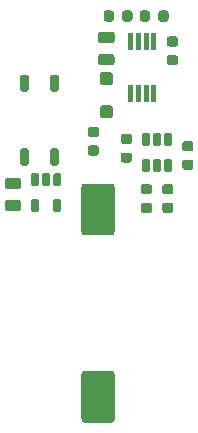
<source format=gbr>
%TF.GenerationSoftware,KiCad,Pcbnew,(5.1.6-0-10_14)*%
%TF.CreationDate,2022-05-10T09:10:30-04:00*%
%TF.ProjectId,Delay_Door_Switch-RevB,44656c61-795f-4446-9f6f-725f53776974,rev?*%
%TF.SameCoordinates,Original*%
%TF.FileFunction,Paste,Bot*%
%TF.FilePolarity,Positive*%
%FSLAX46Y46*%
G04 Gerber Fmt 4.6, Leading zero omitted, Abs format (unit mm)*
G04 Created by KiCad (PCBNEW (5.1.6-0-10_14)) date 2022-05-10 09:10:30*
%MOMM*%
%LPD*%
G01*
G04 APERTURE LIST*
G04 APERTURE END LIST*
%TO.C,U3*%
G36*
G01*
X128422500Y-67720000D02*
X128877500Y-67720000D01*
G75*
G02*
X128975000Y-67817500I0J-97500D01*
G01*
X128975000Y-68682500D01*
G75*
G02*
X128877500Y-68780000I-97500J0D01*
G01*
X128422500Y-68780000D01*
G75*
G02*
X128325000Y-68682500I0J97500D01*
G01*
X128325000Y-67817500D01*
G75*
G02*
X128422500Y-67720000I97500J0D01*
G01*
G37*
G36*
G01*
X130322500Y-67720000D02*
X130777500Y-67720000D01*
G75*
G02*
X130875000Y-67817500I0J-97500D01*
G01*
X130875000Y-68682500D01*
G75*
G02*
X130777500Y-68780000I-97500J0D01*
G01*
X130322500Y-68780000D01*
G75*
G02*
X130225000Y-68682500I0J97500D01*
G01*
X130225000Y-67817500D01*
G75*
G02*
X130322500Y-67720000I97500J0D01*
G01*
G37*
G36*
G01*
X130322500Y-65520000D02*
X130777500Y-65520000D01*
G75*
G02*
X130875000Y-65617500I0J-97500D01*
G01*
X130875000Y-66482500D01*
G75*
G02*
X130777500Y-66580000I-97500J0D01*
G01*
X130322500Y-66580000D01*
G75*
G02*
X130225000Y-66482500I0J97500D01*
G01*
X130225000Y-65617500D01*
G75*
G02*
X130322500Y-65520000I97500J0D01*
G01*
G37*
G36*
G01*
X129372500Y-65520000D02*
X129827500Y-65520000D01*
G75*
G02*
X129925000Y-65617500I0J-97500D01*
G01*
X129925000Y-66482500D01*
G75*
G02*
X129827500Y-66580000I-97500J0D01*
G01*
X129372500Y-66580000D01*
G75*
G02*
X129275000Y-66482500I0J97500D01*
G01*
X129275000Y-65617500D01*
G75*
G02*
X129372500Y-65520000I97500J0D01*
G01*
G37*
G36*
G01*
X128422500Y-65520000D02*
X128877500Y-65520000D01*
G75*
G02*
X128975000Y-65617500I0J-97500D01*
G01*
X128975000Y-66482500D01*
G75*
G02*
X128877500Y-66580000I-97500J0D01*
G01*
X128422500Y-66580000D01*
G75*
G02*
X128325000Y-66482500I0J97500D01*
G01*
X128325000Y-65617500D01*
G75*
G02*
X128422500Y-65520000I97500J0D01*
G01*
G37*
%TD*%
%TO.C,U1*%
G36*
G01*
X139227500Y-63180000D02*
X138772500Y-63180000D01*
G75*
G02*
X138675000Y-63082500I0J97500D01*
G01*
X138675000Y-62217500D01*
G75*
G02*
X138772500Y-62120000I97500J0D01*
G01*
X139227500Y-62120000D01*
G75*
G02*
X139325000Y-62217500I0J-97500D01*
G01*
X139325000Y-63082500D01*
G75*
G02*
X139227500Y-63180000I-97500J0D01*
G01*
G37*
G36*
G01*
X140177500Y-63180000D02*
X139722500Y-63180000D01*
G75*
G02*
X139625000Y-63082500I0J97500D01*
G01*
X139625000Y-62217500D01*
G75*
G02*
X139722500Y-62120000I97500J0D01*
G01*
X140177500Y-62120000D01*
G75*
G02*
X140275000Y-62217500I0J-97500D01*
G01*
X140275000Y-63082500D01*
G75*
G02*
X140177500Y-63180000I-97500J0D01*
G01*
G37*
G36*
G01*
X138277500Y-63180000D02*
X137822500Y-63180000D01*
G75*
G02*
X137725000Y-63082500I0J97500D01*
G01*
X137725000Y-62217500D01*
G75*
G02*
X137822500Y-62120000I97500J0D01*
G01*
X138277500Y-62120000D01*
G75*
G02*
X138375000Y-62217500I0J-97500D01*
G01*
X138375000Y-63082500D01*
G75*
G02*
X138277500Y-63180000I-97500J0D01*
G01*
G37*
G36*
G01*
X138277500Y-65380000D02*
X137822500Y-65380000D01*
G75*
G02*
X137725000Y-65282500I0J97500D01*
G01*
X137725000Y-64417500D01*
G75*
G02*
X137822500Y-64320000I97500J0D01*
G01*
X138277500Y-64320000D01*
G75*
G02*
X138375000Y-64417500I0J-97500D01*
G01*
X138375000Y-65282500D01*
G75*
G02*
X138277500Y-65380000I-97500J0D01*
G01*
G37*
G36*
G01*
X139227500Y-65380000D02*
X138772500Y-65380000D01*
G75*
G02*
X138675000Y-65282500I0J97500D01*
G01*
X138675000Y-64417500D01*
G75*
G02*
X138772500Y-64320000I97500J0D01*
G01*
X139227500Y-64320000D01*
G75*
G02*
X139325000Y-64417500I0J-97500D01*
G01*
X139325000Y-65282500D01*
G75*
G02*
X139227500Y-65380000I-97500J0D01*
G01*
G37*
G36*
G01*
X140177500Y-65380000D02*
X139722500Y-65380000D01*
G75*
G02*
X139625000Y-65282500I0J97500D01*
G01*
X139625000Y-64417500D01*
G75*
G02*
X139722500Y-64320000I97500J0D01*
G01*
X140177500Y-64320000D01*
G75*
G02*
X140275000Y-64417500I0J-97500D01*
G01*
X140275000Y-65282500D01*
G75*
G02*
X140177500Y-65380000I-97500J0D01*
G01*
G37*
%TD*%
%TO.C,D1*%
G36*
G01*
X135085000Y-58050000D02*
X134315000Y-58050000D01*
G75*
G02*
X134150000Y-57885000I0J165000D01*
G01*
X134150000Y-57115000D01*
G75*
G02*
X134315000Y-56950000I165000J0D01*
G01*
X135085000Y-56950000D01*
G75*
G02*
X135250000Y-57115000I0J-165000D01*
G01*
X135250000Y-57885000D01*
G75*
G02*
X135085000Y-58050000I-165000J0D01*
G01*
G37*
G36*
G01*
X135085000Y-60850000D02*
X134315000Y-60850000D01*
G75*
G02*
X134150000Y-60685000I0J165000D01*
G01*
X134150000Y-59915000D01*
G75*
G02*
X134315000Y-59750000I165000J0D01*
G01*
X135085000Y-59750000D01*
G75*
G02*
X135250000Y-59915000I0J-165000D01*
G01*
X135250000Y-60685000D01*
G75*
G02*
X135085000Y-60850000I-165000J0D01*
G01*
G37*
%TD*%
%TO.C,U2*%
G36*
G01*
X138950000Y-53692500D02*
X138950000Y-55007500D01*
G75*
G02*
X138882500Y-55075000I-67500J0D01*
G01*
X138567500Y-55075000D01*
G75*
G02*
X138500000Y-55007500I0J67500D01*
G01*
X138500000Y-53692500D01*
G75*
G02*
X138567500Y-53625000I67500J0D01*
G01*
X138882500Y-53625000D01*
G75*
G02*
X138950000Y-53692500I0J-67500D01*
G01*
G37*
G36*
G01*
X138300000Y-53692500D02*
X138300000Y-55007500D01*
G75*
G02*
X138232500Y-55075000I-67500J0D01*
G01*
X137917500Y-55075000D01*
G75*
G02*
X137850000Y-55007500I0J67500D01*
G01*
X137850000Y-53692500D01*
G75*
G02*
X137917500Y-53625000I67500J0D01*
G01*
X138232500Y-53625000D01*
G75*
G02*
X138300000Y-53692500I0J-67500D01*
G01*
G37*
G36*
G01*
X137650000Y-53692500D02*
X137650000Y-55007500D01*
G75*
G02*
X137582500Y-55075000I-67500J0D01*
G01*
X137267500Y-55075000D01*
G75*
G02*
X137200000Y-55007500I0J67500D01*
G01*
X137200000Y-53692500D01*
G75*
G02*
X137267500Y-53625000I67500J0D01*
G01*
X137582500Y-53625000D01*
G75*
G02*
X137650000Y-53692500I0J-67500D01*
G01*
G37*
G36*
G01*
X137000000Y-53692500D02*
X137000000Y-55007500D01*
G75*
G02*
X136932500Y-55075000I-67500J0D01*
G01*
X136617500Y-55075000D01*
G75*
G02*
X136550000Y-55007500I0J67500D01*
G01*
X136550000Y-53692500D01*
G75*
G02*
X136617500Y-53625000I67500J0D01*
G01*
X136932500Y-53625000D01*
G75*
G02*
X137000000Y-53692500I0J-67500D01*
G01*
G37*
G36*
G01*
X137000000Y-58092500D02*
X137000000Y-59407500D01*
G75*
G02*
X136932500Y-59475000I-67500J0D01*
G01*
X136617500Y-59475000D01*
G75*
G02*
X136550000Y-59407500I0J67500D01*
G01*
X136550000Y-58092500D01*
G75*
G02*
X136617500Y-58025000I67500J0D01*
G01*
X136932500Y-58025000D01*
G75*
G02*
X137000000Y-58092500I0J-67500D01*
G01*
G37*
G36*
G01*
X137650000Y-58092500D02*
X137650000Y-59407500D01*
G75*
G02*
X137582500Y-59475000I-67500J0D01*
G01*
X137267500Y-59475000D01*
G75*
G02*
X137200000Y-59407500I0J67500D01*
G01*
X137200000Y-58092500D01*
G75*
G02*
X137267500Y-58025000I67500J0D01*
G01*
X137582500Y-58025000D01*
G75*
G02*
X137650000Y-58092500I0J-67500D01*
G01*
G37*
G36*
G01*
X138300000Y-58092500D02*
X138300000Y-59407500D01*
G75*
G02*
X138232500Y-59475000I-67500J0D01*
G01*
X137917500Y-59475000D01*
G75*
G02*
X137850000Y-59407500I0J67500D01*
G01*
X137850000Y-58092500D01*
G75*
G02*
X137917500Y-58025000I67500J0D01*
G01*
X138232500Y-58025000D01*
G75*
G02*
X138300000Y-58092500I0J-67500D01*
G01*
G37*
G36*
G01*
X138950000Y-58092500D02*
X138950000Y-59407500D01*
G75*
G02*
X138882500Y-59475000I-67500J0D01*
G01*
X138567500Y-59475000D01*
G75*
G02*
X138500000Y-59407500I0J67500D01*
G01*
X138500000Y-58092500D01*
G75*
G02*
X138567500Y-58025000I67500J0D01*
G01*
X138882500Y-58025000D01*
G75*
G02*
X138950000Y-58092500I0J-67500D01*
G01*
G37*
%TD*%
%TO.C,U4*%
G36*
G01*
X130500000Y-58600000D02*
X130100000Y-58600000D01*
G75*
G02*
X129900000Y-58400000I0J200000D01*
G01*
X129900000Y-57350000D01*
G75*
G02*
X130100000Y-57150000I200000J0D01*
G01*
X130500000Y-57150000D01*
G75*
G02*
X130700000Y-57350000I0J-200000D01*
G01*
X130700000Y-58400000D01*
G75*
G02*
X130500000Y-58600000I-200000J0D01*
G01*
G37*
G36*
G01*
X127960000Y-58600000D02*
X127560000Y-58600000D01*
G75*
G02*
X127360000Y-58400000I0J200000D01*
G01*
X127360000Y-57350000D01*
G75*
G02*
X127560000Y-57150000I200000J0D01*
G01*
X127960000Y-57150000D01*
G75*
G02*
X128160000Y-57350000I0J-200000D01*
G01*
X128160000Y-58400000D01*
G75*
G02*
X127960000Y-58600000I-200000J0D01*
G01*
G37*
G36*
G01*
X127960000Y-64850000D02*
X127560000Y-64850000D01*
G75*
G02*
X127360000Y-64650000I0J200000D01*
G01*
X127360000Y-63600000D01*
G75*
G02*
X127560000Y-63400000I200000J0D01*
G01*
X127960000Y-63400000D01*
G75*
G02*
X128160000Y-63600000I0J-200000D01*
G01*
X128160000Y-64650000D01*
G75*
G02*
X127960000Y-64850000I-200000J0D01*
G01*
G37*
G36*
G01*
X130500000Y-64850000D02*
X130100000Y-64850000D01*
G75*
G02*
X129900000Y-64650000I0J200000D01*
G01*
X129900000Y-63600000D01*
G75*
G02*
X130100000Y-63400000I200000J0D01*
G01*
X130500000Y-63400000D01*
G75*
G02*
X130700000Y-63600000I0J-200000D01*
G01*
X130700000Y-64650000D01*
G75*
G02*
X130500000Y-64850000I-200000J0D01*
G01*
G37*
%TD*%
%TO.C,BT1*%
G36*
G01*
X132880000Y-82225000D02*
X135120000Y-82225000D01*
G75*
G02*
X135400000Y-82505000I0J-280000D01*
G01*
X135400000Y-86345000D01*
G75*
G02*
X135120000Y-86625000I-280000J0D01*
G01*
X132880000Y-86625000D01*
G75*
G02*
X132600000Y-86345000I0J280000D01*
G01*
X132600000Y-82505000D01*
G75*
G02*
X132880000Y-82225000I280000J0D01*
G01*
G37*
G36*
G01*
X132880000Y-66375000D02*
X135120000Y-66375000D01*
G75*
G02*
X135400000Y-66655000I0J-280000D01*
G01*
X135400000Y-70495000D01*
G75*
G02*
X135120000Y-70775000I-280000J0D01*
G01*
X132880000Y-70775000D01*
G75*
G02*
X132600000Y-70495000I0J280000D01*
G01*
X132600000Y-66655000D01*
G75*
G02*
X132880000Y-66375000I280000J0D01*
G01*
G37*
%TD*%
%TO.C,R5*%
G36*
G01*
X136143750Y-63750000D02*
X136656250Y-63750000D01*
G75*
G02*
X136875000Y-63968750I0J-218750D01*
G01*
X136875000Y-64406250D01*
G75*
G02*
X136656250Y-64625000I-218750J0D01*
G01*
X136143750Y-64625000D01*
G75*
G02*
X135925000Y-64406250I0J218750D01*
G01*
X135925000Y-63968750D01*
G75*
G02*
X136143750Y-63750000I218750J0D01*
G01*
G37*
G36*
G01*
X136143750Y-62175000D02*
X136656250Y-62175000D01*
G75*
G02*
X136875000Y-62393750I0J-218750D01*
G01*
X136875000Y-62831250D01*
G75*
G02*
X136656250Y-63050000I-218750J0D01*
G01*
X136143750Y-63050000D01*
G75*
G02*
X135925000Y-62831250I0J218750D01*
G01*
X135925000Y-62393750D01*
G75*
G02*
X136143750Y-62175000I218750J0D01*
G01*
G37*
%TD*%
%TO.C,R4*%
G36*
G01*
X133856250Y-62450000D02*
X133343750Y-62450000D01*
G75*
G02*
X133125000Y-62231250I0J218750D01*
G01*
X133125000Y-61793750D01*
G75*
G02*
X133343750Y-61575000I218750J0D01*
G01*
X133856250Y-61575000D01*
G75*
G02*
X134075000Y-61793750I0J-218750D01*
G01*
X134075000Y-62231250D01*
G75*
G02*
X133856250Y-62450000I-218750J0D01*
G01*
G37*
G36*
G01*
X133856250Y-64025000D02*
X133343750Y-64025000D01*
G75*
G02*
X133125000Y-63806250I0J218750D01*
G01*
X133125000Y-63368750D01*
G75*
G02*
X133343750Y-63150000I218750J0D01*
G01*
X133856250Y-63150000D01*
G75*
G02*
X134075000Y-63368750I0J-218750D01*
G01*
X134075000Y-63806250D01*
G75*
G02*
X133856250Y-64025000I-218750J0D01*
G01*
G37*
%TD*%
%TO.C,R3*%
G36*
G01*
X139643750Y-68000000D02*
X140156250Y-68000000D01*
G75*
G02*
X140375000Y-68218750I0J-218750D01*
G01*
X140375000Y-68656250D01*
G75*
G02*
X140156250Y-68875000I-218750J0D01*
G01*
X139643750Y-68875000D01*
G75*
G02*
X139425000Y-68656250I0J218750D01*
G01*
X139425000Y-68218750D01*
G75*
G02*
X139643750Y-68000000I218750J0D01*
G01*
G37*
G36*
G01*
X139643750Y-66425000D02*
X140156250Y-66425000D01*
G75*
G02*
X140375000Y-66643750I0J-218750D01*
G01*
X140375000Y-67081250D01*
G75*
G02*
X140156250Y-67300000I-218750J0D01*
G01*
X139643750Y-67300000D01*
G75*
G02*
X139425000Y-67081250I0J218750D01*
G01*
X139425000Y-66643750D01*
G75*
G02*
X139643750Y-66425000I218750J0D01*
G01*
G37*
%TD*%
%TO.C,R2*%
G36*
G01*
X137843750Y-68000000D02*
X138356250Y-68000000D01*
G75*
G02*
X138575000Y-68218750I0J-218750D01*
G01*
X138575000Y-68656250D01*
G75*
G02*
X138356250Y-68875000I-218750J0D01*
G01*
X137843750Y-68875000D01*
G75*
G02*
X137625000Y-68656250I0J218750D01*
G01*
X137625000Y-68218750D01*
G75*
G02*
X137843750Y-68000000I218750J0D01*
G01*
G37*
G36*
G01*
X137843750Y-66425000D02*
X138356250Y-66425000D01*
G75*
G02*
X138575000Y-66643750I0J-218750D01*
G01*
X138575000Y-67081250D01*
G75*
G02*
X138356250Y-67300000I-218750J0D01*
G01*
X137843750Y-67300000D01*
G75*
G02*
X137625000Y-67081250I0J218750D01*
G01*
X137625000Y-66643750D01*
G75*
G02*
X137843750Y-66425000I218750J0D01*
G01*
G37*
%TD*%
%TO.C,R1*%
G36*
G01*
X138400000Y-51943750D02*
X138400000Y-52456250D01*
G75*
G02*
X138181250Y-52675000I-218750J0D01*
G01*
X137743750Y-52675000D01*
G75*
G02*
X137525000Y-52456250I0J218750D01*
G01*
X137525000Y-51943750D01*
G75*
G02*
X137743750Y-51725000I218750J0D01*
G01*
X138181250Y-51725000D01*
G75*
G02*
X138400000Y-51943750I0J-218750D01*
G01*
G37*
G36*
G01*
X139975000Y-51943750D02*
X139975000Y-52456250D01*
G75*
G02*
X139756250Y-52675000I-218750J0D01*
G01*
X139318750Y-52675000D01*
G75*
G02*
X139100000Y-52456250I0J218750D01*
G01*
X139100000Y-51943750D01*
G75*
G02*
X139318750Y-51725000I218750J0D01*
G01*
X139756250Y-51725000D01*
G75*
G02*
X139975000Y-51943750I0J-218750D01*
G01*
G37*
%TD*%
%TO.C,C5*%
G36*
G01*
X127256250Y-66850000D02*
X126343750Y-66850000D01*
G75*
G02*
X126100000Y-66606250I0J243750D01*
G01*
X126100000Y-66118750D01*
G75*
G02*
X126343750Y-65875000I243750J0D01*
G01*
X127256250Y-65875000D01*
G75*
G02*
X127500000Y-66118750I0J-243750D01*
G01*
X127500000Y-66606250D01*
G75*
G02*
X127256250Y-66850000I-243750J0D01*
G01*
G37*
G36*
G01*
X127256250Y-68725000D02*
X126343750Y-68725000D01*
G75*
G02*
X126100000Y-68481250I0J243750D01*
G01*
X126100000Y-67993750D01*
G75*
G02*
X126343750Y-67750000I243750J0D01*
G01*
X127256250Y-67750000D01*
G75*
G02*
X127500000Y-67993750I0J-243750D01*
G01*
X127500000Y-68481250D01*
G75*
G02*
X127256250Y-68725000I-243750J0D01*
G01*
G37*
%TD*%
%TO.C,C4*%
G36*
G01*
X135350000Y-51943750D02*
X135350000Y-52456250D01*
G75*
G02*
X135131250Y-52675000I-218750J0D01*
G01*
X134693750Y-52675000D01*
G75*
G02*
X134475000Y-52456250I0J218750D01*
G01*
X134475000Y-51943750D01*
G75*
G02*
X134693750Y-51725000I218750J0D01*
G01*
X135131250Y-51725000D01*
G75*
G02*
X135350000Y-51943750I0J-218750D01*
G01*
G37*
G36*
G01*
X136925000Y-51943750D02*
X136925000Y-52456250D01*
G75*
G02*
X136706250Y-52675000I-218750J0D01*
G01*
X136268750Y-52675000D01*
G75*
G02*
X136050000Y-52456250I0J218750D01*
G01*
X136050000Y-51943750D01*
G75*
G02*
X136268750Y-51725000I218750J0D01*
G01*
X136706250Y-51725000D01*
G75*
G02*
X136925000Y-51943750I0J-218750D01*
G01*
G37*
%TD*%
%TO.C,C3*%
G36*
G01*
X140043750Y-55500000D02*
X140556250Y-55500000D01*
G75*
G02*
X140775000Y-55718750I0J-218750D01*
G01*
X140775000Y-56156250D01*
G75*
G02*
X140556250Y-56375000I-218750J0D01*
G01*
X140043750Y-56375000D01*
G75*
G02*
X139825000Y-56156250I0J218750D01*
G01*
X139825000Y-55718750D01*
G75*
G02*
X140043750Y-55500000I218750J0D01*
G01*
G37*
G36*
G01*
X140043750Y-53925000D02*
X140556250Y-53925000D01*
G75*
G02*
X140775000Y-54143750I0J-218750D01*
G01*
X140775000Y-54581250D01*
G75*
G02*
X140556250Y-54800000I-218750J0D01*
G01*
X140043750Y-54800000D01*
G75*
G02*
X139825000Y-54581250I0J218750D01*
G01*
X139825000Y-54143750D01*
G75*
G02*
X140043750Y-53925000I218750J0D01*
G01*
G37*
%TD*%
%TO.C,C2*%
G36*
G01*
X141856250Y-63650000D02*
X141343750Y-63650000D01*
G75*
G02*
X141125000Y-63431250I0J218750D01*
G01*
X141125000Y-62993750D01*
G75*
G02*
X141343750Y-62775000I218750J0D01*
G01*
X141856250Y-62775000D01*
G75*
G02*
X142075000Y-62993750I0J-218750D01*
G01*
X142075000Y-63431250D01*
G75*
G02*
X141856250Y-63650000I-218750J0D01*
G01*
G37*
G36*
G01*
X141856250Y-65225000D02*
X141343750Y-65225000D01*
G75*
G02*
X141125000Y-65006250I0J218750D01*
G01*
X141125000Y-64568750D01*
G75*
G02*
X141343750Y-64350000I218750J0D01*
G01*
X141856250Y-64350000D01*
G75*
G02*
X142075000Y-64568750I0J-218750D01*
G01*
X142075000Y-65006250D01*
G75*
G02*
X141856250Y-65225000I-218750J0D01*
G01*
G37*
%TD*%
%TO.C,C1*%
G36*
G01*
X135156250Y-54500000D02*
X134243750Y-54500000D01*
G75*
G02*
X134000000Y-54256250I0J243750D01*
G01*
X134000000Y-53768750D01*
G75*
G02*
X134243750Y-53525000I243750J0D01*
G01*
X135156250Y-53525000D01*
G75*
G02*
X135400000Y-53768750I0J-243750D01*
G01*
X135400000Y-54256250D01*
G75*
G02*
X135156250Y-54500000I-243750J0D01*
G01*
G37*
G36*
G01*
X135156250Y-56375000D02*
X134243750Y-56375000D01*
G75*
G02*
X134000000Y-56131250I0J243750D01*
G01*
X134000000Y-55643750D01*
G75*
G02*
X134243750Y-55400000I243750J0D01*
G01*
X135156250Y-55400000D01*
G75*
G02*
X135400000Y-55643750I0J-243750D01*
G01*
X135400000Y-56131250D01*
G75*
G02*
X135156250Y-56375000I-243750J0D01*
G01*
G37*
%TD*%
M02*

</source>
